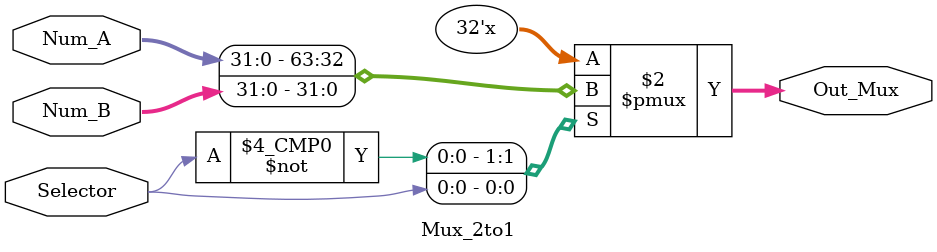
<source format=v>
`timescale 1ns / 1ps
/*

Funcionalidad:
En este bloque se espera que entren dos variables y segun un
selector se obtiene a la salida alguna de estas dos variables.

Entradas:
Variable Num_A (Entrada A).
Variable Num_B (Entrada B).
Variable Selector (Utilizado para seleccionar entre alguna de las dos entradas).

Salidas:
Variable Out_Mux (Sale la entrada A o la B segun el selector usado).

Razon:
Se crea para poder seleccionar entre las distintas instrucciones a realizar,
por ejemplo, un mux se va a utilizar para seleccionar entre operaciones tipo S y tipo I.

*/
//////////////////////////////////////////////////////////////////////////////////


module Mux_2to1(
    input [31:0] Num_A, //Opcion 1 del mux
    input [31:0] Num_B, //Opcion 2 del mux
    input Selector, //Senal encargada de elegir la opcion 1 o 2
    output reg [31:0] Out_Mux //Salida del mux
    );
    
    always @ (*) begin //Siempre que haya un cambio en las entradas 
        case (Selector)  
            1'd0 : Out_Mux <= Num_A; //Si el selector esta en 0 selecciona la opcion 1 
            1'd1 : Out_Mux <= Num_B; //Si el selector esta en 1 selecciona la opcion 2 
        default : Out_Mux <=32'b0; //Caso default la salida es cero 
        endcase
     end
endmodule
</source>
